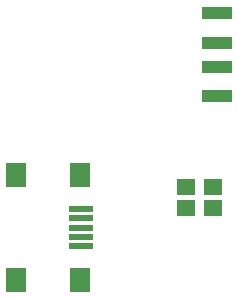
<source format=gbr>
G04 #@! TF.GenerationSoftware,KiCad,Pcbnew,(5.1.0-0)*
G04 #@! TF.CreationDate,2020-02-04T17:27:52+00:00*
G04 #@! TF.ProjectId,z80,7a38302e-6b69-4636-9164-5f7063625858,rev?*
G04 #@! TF.SameCoordinates,Original*
G04 #@! TF.FileFunction,Paste,Top*
G04 #@! TF.FilePolarity,Positive*
%FSLAX46Y46*%
G04 Gerber Fmt 4.6, Leading zero omitted, Abs format (unit mm)*
G04 Created by KiCad (PCBNEW (5.1.0-0)) date 2020-02-04 17:27:52*
%MOMM*%
%LPD*%
G04 APERTURE LIST*
%ADD10R,2.000000X0.500000*%
%ADD11R,1.700000X2.000000*%
%ADD12R,2.500000X1.100000*%
%ADD13R,1.650000X1.350000*%
G04 APERTURE END LIST*
D10*
X117000000Y-82220000D03*
X117000000Y-83020000D03*
X117000000Y-83820000D03*
X117000000Y-84620000D03*
X117000000Y-85420000D03*
D11*
X116900000Y-79370000D03*
X111450000Y-79370000D03*
X116900000Y-88270000D03*
X111450000Y-88270000D03*
D12*
X128480000Y-70200000D03*
X128480000Y-68200000D03*
X128480000Y-72700000D03*
X128480000Y-65700000D03*
D13*
X125875000Y-82155000D03*
X128125000Y-82155000D03*
X128125000Y-80405000D03*
X125875000Y-80405000D03*
M02*

</source>
